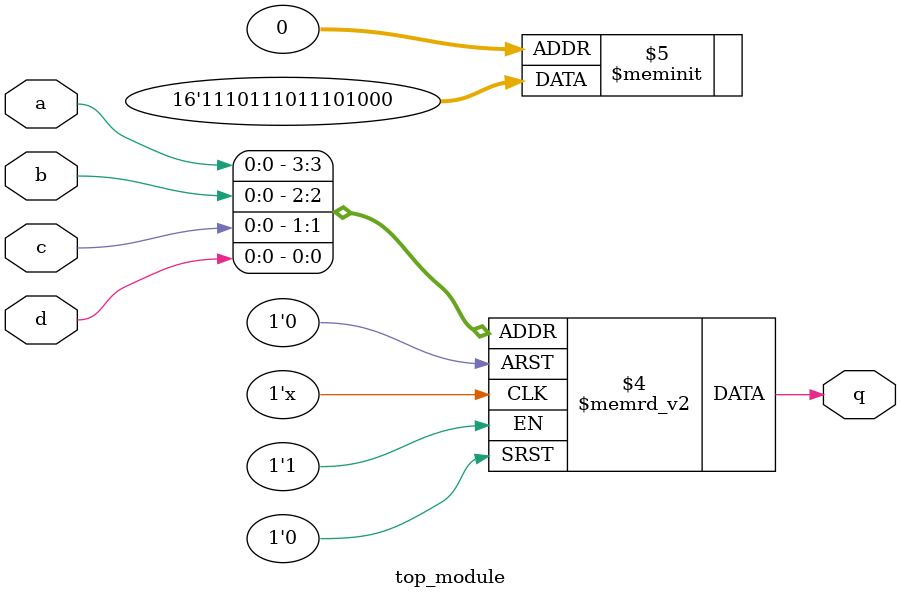
<source format=sv>
module top_module (
    input a, 
    input b, 
    input c, 
    input d,
    output q
);

always @(*) begin
    case ({a, b, c, d})
        4'b0000: q = 0;
        4'b0001: q = 0;
        4'b0010: q = 0;
        4'b0011: q = 1;
        4'b0100: q = 0;
        4'b0101: q = 1;
        4'b0110: q = 1;
        4'b0111: q = 1;
        4'b1000: q = 0;
        4'b1001: q = 1;
        4'b1010: q = 1;
        4'b1011: q = 1;
        4'b1100: q = 0;
        4'b1101: q = 1;
        4'b1110: q = 1;
        4'b1111: q = 1;
    endcase
end

endmodule

</source>
